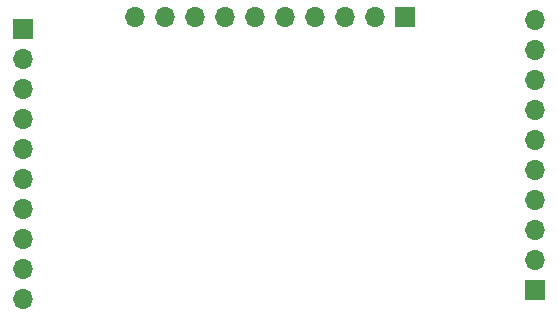
<source format=gbr>
G04 #@! TF.GenerationSoftware,KiCad,Pcbnew,(6.0.5)*
G04 #@! TF.CreationDate,2023-01-29T16:22:37-08:00*
G04 #@! TF.ProjectId,PCM1863,50434d31-3836-4332-9e6b-696361645f70,rev?*
G04 #@! TF.SameCoordinates,Original*
G04 #@! TF.FileFunction,Soldermask,Bot*
G04 #@! TF.FilePolarity,Negative*
%FSLAX46Y46*%
G04 Gerber Fmt 4.6, Leading zero omitted, Abs format (unit mm)*
G04 Created by KiCad (PCBNEW (6.0.5)) date 2023-01-29 16:22:37*
%MOMM*%
%LPD*%
G01*
G04 APERTURE LIST*
%ADD10R,1.700000X1.700000*%
%ADD11O,1.700000X1.700000*%
G04 APERTURE END LIST*
D10*
G04 #@! TO.C,J1*
X72000000Y-96740000D03*
D11*
X72000000Y-99280000D03*
X72000000Y-101820000D03*
X72000000Y-104360000D03*
X72000000Y-106900000D03*
X72000000Y-109440000D03*
X72000000Y-111980000D03*
X72000000Y-114520000D03*
X72000000Y-117060000D03*
X72000000Y-119600000D03*
G04 #@! TD*
D10*
G04 #@! TO.C,J3*
X115300000Y-118800000D03*
D11*
X115300000Y-116260000D03*
X115300000Y-113720000D03*
X115300000Y-111180000D03*
X115300000Y-108640000D03*
X115300000Y-106100000D03*
X115300000Y-103560000D03*
X115300000Y-101020000D03*
X115300000Y-98480000D03*
X115300000Y-95940000D03*
G04 #@! TD*
D10*
G04 #@! TO.C,J2*
X104300000Y-95700000D03*
D11*
X101760000Y-95700000D03*
X99220000Y-95700000D03*
X96680000Y-95700000D03*
X94140000Y-95700000D03*
X91600000Y-95700000D03*
X89060000Y-95700000D03*
X86520000Y-95700000D03*
X83980000Y-95700000D03*
X81440000Y-95700000D03*
G04 #@! TD*
M02*

</source>
